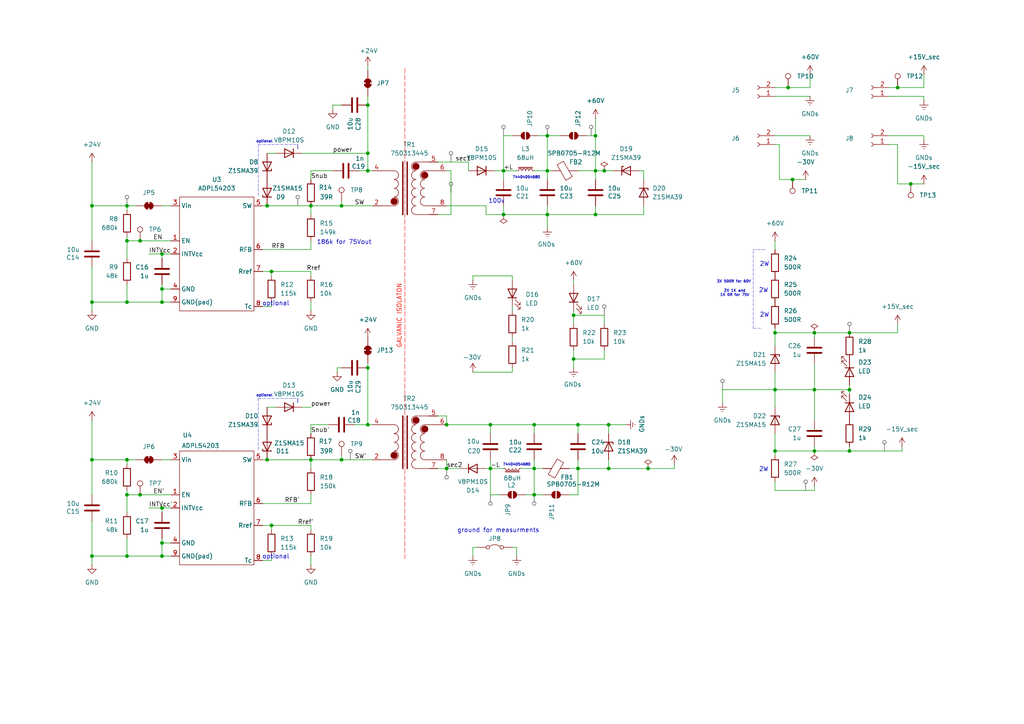
<source format=kicad_sch>
(kicad_sch (version 20250114) (generator "eeschema") (generator_version "9.0")
  (paper "A4")
  (title_block (title "MANIP_PSU") (date "2025-10-25") (rev "1.0") (company "KN_NAMI - JS"))
  (text "optional" (at 80.01 88.138 0) (effects (font (size 1.27 1.27))))
  (text "optional" (at 76.708 41.148 0) (effects (font (size 0.762 0.762))))
  (text "2W" (at 221.5327 136.2216 0) (effects (font (size 1.27 1.27))))
  (text "74404054680" (at 149.86 134.874 0) (effects (font (size 0.762 0.762))))
  (text "3X 500R for 60V" (at 212.852 81.788 0) (effects (font (size 0.762 0.762))))
  (text "2W" (at 221.488 84.328 0) (effects (font (size 1.27 1.27))))
  (text "optional" (at 76.708 114.808 0) (effects (font (size 0.762 0.762))))
  (text "2W" (at 221.742 91.44 0) (effects (font (size 1.27 1.27))))
  (text "optional" (at 80.01 161.544 0) (effects (font (size 1.27 1.27))))
  (text "74404054680" (at 152.654 51.562 0) (effects (font (size 0.762 0.762))))
  (text "GALVANIC ISOLATON" (at 115.824 91.694 90) (effects (font (size 1.27 1.27))))
  (text "2W" (at 221.742 76.708 0) (effects (font (size 1.27 1.27))))
  (text "2X 1K and\n1X 0R for 75V" (at 213.106 85.09 0) (effects (font (size 0.762 0.762))))
  (text "100v" (at 144.018 58.42 0) (effects (font (size 1.27 1.27))))
  (text "ground for measurments" (at 144.526 153.924 0) (effects (font (size 1.27 1.27))))
  (text "186k for 75Vout" (at 99.822 70.358 0) (effects (font (size 1.27 1.27))))
  (junction (at 26.67 133.35))
  (junction (at 224.79 130.81))
  (junction (at 106.68 49.53))
  (junction (at 260.35 25.4))
  (junction (at 154.94 123.19))
  (junction (at 146.05 62.23))
  (junction (at 264.16 53.34))
  (junction (at 187.96 135.89))
  (junction (at 129.54 123.19))
  (junction (at 46.99 147.32))
  (junction (at 142.24 123.19))
  (junction (at 246.38 130.81))
  (junction (at 36.83 87.63))
  (junction (at 99.06 59.69))
  (junction (at 78.74 152.4))
  (junction (at 176.53 123.19))
  (junction (at 106.68 106.68))
  (junction (at 46.99 157.48))
  (junction (at 167.64 135.89))
  (junction (at 154.94 135.89))
  (junction (at 166.37 104.14))
  (junction (at 106.68 30.48))
  (junction (at 26.67 59.69))
  (junction (at 224.79 113.03))
  (junction (at 146.05 49.53))
  (junction (at 129.54 135.89))
  (junction (at 26.67 161.29))
  (junction (at 172.72 62.23))
  (junction (at 142.24 135.89))
  (junction (at 175.26 49.53))
  (junction (at 90.17 59.69))
  (junction (at 40.64 69.85))
  (junction (at 166.37 91.44))
  (junction (at 106.68 44.45))
  (junction (at 167.64 123.19))
  (junction (at 77.47 133.35))
  (junction (at 78.74 78.74))
  (junction (at 172.72 49.53))
  (junction (at 158.75 39.37))
  (junction (at 224.79 96.52))
  (junction (at 99.06 133.35))
  (junction (at 246.38 96.52))
  (junction (at 228.6 25.4))
  (junction (at 46.99 73.66))
  (junction (at 46.99 83.82))
  (junction (at 106.68 123.19))
  (junction (at 36.83 69.85))
  (junction (at 46.99 161.29))
  (junction (at 176.53 135.89))
  (junction (at 158.75 62.23))
  (junction (at 90.17 133.35))
  (junction (at 229.87 52.07))
  (junction (at 246.38 113.03))
  (junction (at 236.22 113.03))
  (junction (at 36.83 59.69))
  (junction (at 154.94 143.51))
  (junction (at 36.83 133.35))
  (junction (at 36.83 161.29))
  (junction (at 236.22 130.81))
  (junction (at 36.83 143.51))
  (junction (at 26.67 87.63))
  (junction (at 236.22 96.52))
  (junction (at 40.64 143.51))
  (junction (at 158.75 49.53))
  (junction (at 172.72 39.37))
  (junction (at 46.99 87.63))
  (junction (at 77.47 59.69))
  (polyline (pts (xy 218.44 72.39) (xy 222.25 72.39)) (stroke (width 0.0762) (type dash)))
  (wire (pts (xy 40.64 143.51) (xy 36.83 143.51)))
  (wire (pts (xy 129.54 59.69) (xy 140.97 59.69)))
  (wire (pts (xy 154.94 49.53) (xy 158.75 49.53)))
  (wire (pts (xy 224.79 107.95) (xy 224.79 113.03)))
  (wire (pts (xy 175.26 91.44) (xy 175.26 93.98)))
  (wire (pts (xy 76.2 78.74) (xy 78.74 78.74)))
  (wire (pts (xy 106.68 19.05) (xy 106.68 20.32)))
  (wire (pts (xy 224.79 125.73) (xy 224.79 130.81)))
  (wire (pts (xy 127 62.23) (xy 130.81 62.23)))
  (wire (pts (xy 224.79 39.37) (xy 234.95 39.37)))
  (wire (pts (xy 172.72 59.69) (xy 172.72 62.23)))
  (wire (pts (xy 99.06 59.69) (xy 107.95 59.69)))
  (wire (pts (xy 172.72 49.53) (xy 172.72 52.07)))
  (wire (pts (xy 151.13 135.89) (xy 154.94 135.89)))
  (wire (pts (xy 246.38 113.03) (xy 246.38 114.3)))
  (wire (pts (xy 154.94 123.19) (xy 154.94 125.73)))
  (wire (pts (xy 39.37 133.35) (xy 36.83 133.35)))
  (wire (pts (xy 172.72 39.37) (xy 172.72 49.53)))
  (wire (pts (xy 236.22 113.03) (xy 246.38 113.03)))
  (wire (pts (xy 158.75 49.53) (xy 160.02 49.53)))
  (wire (pts (xy 90.17 161.29) (xy 90.17 163.83)))
  (wire (pts (xy 246.38 130.81) (xy 261.62 130.81)))
  (wire (pts (xy 158.75 39.37) (xy 162.56 39.37)))
  (wire (pts (xy 142.24 123.19) (xy 154.94 123.19)))
  (wire (pts (xy 267.97 27.94) (xy 267.97 29.21)))
  (wire (pts (xy 167.64 123.19) (xy 167.64 125.73)))
  (wire (pts (xy 76.2 59.69) (xy 77.47 59.69)))
  (wire (pts (xy 76.2 133.35) (xy 77.47 133.35)))
  (wire (pts (xy 267.97 39.37) (xy 267.97 40.64)))
  (wire (pts (xy 106.68 123.19) (xy 106.68 106.68)))
  (wire (pts (xy 36.83 82.55) (xy 36.83 87.63)))
  (wire (pts (xy 87.63 44.45) (xy 106.68 44.45)))
  (wire (pts (xy 257.81 25.4) (xy 260.35 25.4)))
  (wire (pts (xy 176.53 123.19) (xy 181.61 123.19)))
  (wire (pts (xy 158.75 62.23) (xy 158.75 59.69)))
  (wire (pts (xy 158.75 62.23) (xy 172.72 62.23)))
  (wire (pts (xy 26.67 87.63) (xy 26.67 90.17)))
  (wire (pts (xy 146.05 59.69) (xy 146.05 62.23)))
  (wire (pts (xy 36.83 143.51) (xy 36.83 142.24)))
  (wire (pts (xy 175.26 49.53) (xy 177.8 49.53)))
  (wire (pts (xy 226.06 52.07) (xy 226.06 41.91)))
  (wire (pts (xy 46.99 87.63) (xy 49.53 87.63)))
  (wire (pts (xy 130.81 49.53) (xy 129.54 49.53)))
  (wire (pts (xy 49.53 133.35) (xy 46.99 133.35)))
  (wire (pts (xy 209.55 113.03) (xy 224.79 113.03)))
  (wire (pts (xy 246.38 111.76) (xy 246.38 113.03)))
  (wire (pts (xy 137.16 80.01) (xy 148.59 80.01)))
  (wire (pts (xy 78.74 78.74) (xy 78.74 80.01)))
  (wire (pts (xy 172.72 49.53) (xy 167.64 49.53)))
  (polyline (pts (xy 86.36 41.91) (xy 86.36 43.18)))
  (wire (pts (xy 246.38 96.52) (xy 260.35 96.52)))
  (wire (pts (xy 137.16 158.75) (xy 137.16 161.29)))
  (wire (pts (xy 260.35 53.34) (xy 260.35 41.91)))
  (wire (pts (xy 186.69 52.07) (xy 186.69 49.53)))
  (polyline (pts (xy 74.93 115.57) (xy 74.93 130.81)) (stroke (width 0.0762) (type dash)))
  (wire (pts (xy 26.67 121.92) (xy 26.67 133.35)))
  (wire (pts (xy 154.94 143.51) (xy 157.48 143.51)))
  (wire (pts (xy 140.97 62.23) (xy 146.05 62.23)))
  (wire (pts (xy 99.06 132.08) (xy 99.06 133.35)))
  (wire (pts (xy 224.79 69.85) (xy 224.79 72.39)))
  (wire (pts (xy 246.38 129.54) (xy 246.38 130.81)))
  (wire (pts (xy 224.79 142.24) (xy 236.22 142.24)))
  (wire (pts (xy 149.86 158.75) (xy 148.59 158.75)))
  (wire (pts (xy 130.81 62.23) (xy 130.81 49.53)))
  (wire (pts (xy 36.83 143.51) (xy 36.83 148.59)))
  (wire (pts (xy 36.83 133.35) (xy 26.67 133.35)))
  (wire (pts (xy 142.24 143.51) (xy 142.24 135.89)))
  (wire (pts (xy 129.54 135.89) (xy 133.35 135.89)))
  (wire (pts (xy 78.74 162.56) (xy 76.2 162.56)))
  (wire (pts (xy 99.06 133.35) (xy 107.95 133.35)))
  (wire (pts (xy 209.55 113.03) (xy 209.55 116.84)))
  (wire (pts (xy 36.83 69.85) (xy 36.83 74.93)))
  (wire (pts (xy 43.18 147.32) (xy 46.99 147.32)))
  (wire (pts (xy 166.37 81.28) (xy 166.37 82.55)))
  (wire (pts (xy 148.59 88.9) (xy 148.59 90.17)))
  (wire (pts (xy 46.99 161.29) (xy 49.53 161.29)))
  (wire (pts (xy 46.99 157.48) (xy 46.99 161.29)))
  (wire (pts (xy 176.53 123.19) (xy 176.53 125.73)))
  (wire (pts (xy 167.64 143.51) (xy 167.64 135.89)))
  (wire (pts (xy 46.99 82.55) (xy 46.99 83.82)))
  (wire (pts (xy 127 135.89) (xy 129.54 135.89)))
  (wire (pts (xy 106.68 49.53) (xy 107.95 49.53)))
  (wire (pts (xy 154.94 135.89) (xy 157.48 135.89)))
  (wire (pts (xy 49.53 59.69) (xy 46.99 59.69)))
  (wire (pts (xy 90.17 49.53) (xy 90.17 52.07)))
  (wire (pts (xy 26.67 59.69) (xy 26.67 69.85)))
  (wire (pts (xy 77.47 44.45) (xy 80.01 44.45)))
  (wire (pts (xy 97.79 107.95) (xy 97.79 106.68)))
  (wire (pts (xy 224.79 130.81) (xy 236.22 130.81)))
  (wire (pts (xy 78.74 152.4) (xy 78.74 153.67)))
  (wire (pts (xy 236.22 129.54) (xy 236.22 130.81)))
  (wire (pts (xy 43.18 73.66) (xy 46.99 73.66)))
  (wire (pts (xy 49.53 157.48) (xy 46.99 157.48)))
  (wire (pts (xy 228.6 25.4) (xy 234.95 25.4)))
  (wire (pts (xy 148.59 97.79) (xy 148.59 99.06)))
  (wire (pts (xy 260.35 25.4) (xy 267.97 25.4)))
  (wire (pts (xy 236.22 105.41) (xy 236.22 113.03)))
  (wire (pts (xy 176.53 133.35) (xy 176.53 135.89)))
  (wire (pts (xy 137.16 107.95) (xy 148.59 107.95)))
  (wire (pts (xy 137.16 158.75) (xy 138.43 158.75)))
  (polyline (pts (xy 218.44 95.25) (xy 220.98 95.25)) (stroke (width 0.0762) (type dash)))
  (wire (pts (xy 90.17 78.74) (xy 90.17 80.01)))
  (wire (pts (xy 26.67 77.47) (xy 26.67 87.63)))
  (wire (pts (xy 226.06 41.91) (xy 224.79 41.91)))
  (wire (pts (xy 76.2 72.39) (xy 90.17 72.39)))
  (wire (pts (xy 102.87 123.19) (xy 106.68 123.19)))
  (wire (pts (xy 233.68 52.07) (xy 229.87 52.07)))
  (wire (pts (xy 46.99 83.82) (xy 46.99 87.63)))
  (wire (pts (xy 137.16 80.01) (xy 137.16 81.28)))
  (wire (pts (xy 106.68 123.19) (xy 107.95 123.19)))
  (wire (pts (xy 167.64 133.35) (xy 167.64 135.89)))
  (wire (pts (xy 236.22 130.81) (xy 246.38 130.81)))
  (wire (pts (xy 36.83 156.21) (xy 36.83 161.29)))
  (wire (pts (xy 224.79 139.7) (xy 224.79 142.24)))
  (wire (pts (xy 154.94 143.51) (xy 154.94 135.89)))
  (wire (pts (xy 154.94 123.19) (xy 167.64 123.19)))
  (wire (pts (xy 78.74 78.74) (xy 90.17 78.74)))
  (wire (pts (xy 166.37 91.44) (xy 175.26 91.44)))
  (wire (pts (xy 90.17 72.39) (xy 90.17 69.85)))
  (wire (pts (xy 261.62 129.54) (xy 261.62 130.81)))
  (wire (pts (xy 36.83 161.29) (xy 46.99 161.29)))
  (wire (pts (xy 257.81 27.94) (xy 267.97 27.94)))
  (wire (pts (xy 90.17 133.35) (xy 99.06 133.35)))
  (wire (pts (xy 106.68 27.94) (xy 106.68 30.48)))
  (wire (pts (xy 260.35 93.98) (xy 260.35 96.52)))
  (wire (pts (xy 166.37 101.6) (xy 166.37 104.14)))
  (wire (pts (xy 224.79 27.94) (xy 234.95 27.94)))
  (wire (pts (xy 77.47 133.35) (xy 90.17 133.35)))
  (wire (pts (xy 156.21 39.37) (xy 158.75 39.37)))
  (wire (pts (xy 142.24 133.35) (xy 142.24 135.89)))
  (wire (pts (xy 167.64 135.89) (xy 176.53 135.89)))
  (wire (pts (xy 135.89 49.53) (xy 135.89 46.99)))
  (wire (pts (xy 167.64 123.19) (xy 176.53 123.19)))
  (wire (pts (xy 187.96 135.89) (xy 195.58 135.89)))
  (wire (pts (xy 154.94 133.35) (xy 154.94 135.89)))
  (wire (pts (xy 257.81 41.91) (xy 260.35 41.91)))
  (wire (pts (xy 158.75 62.23) (xy 158.75 66.04)))
  (wire (pts (xy 224.79 113.03) (xy 236.22 113.03)))
  (wire (pts (xy 46.99 156.21) (xy 46.99 157.48)))
  (wire (pts (xy 46.99 148.59) (xy 46.99 147.32)))
  (polyline (pts (xy 218.44 95.25) (xy 218.44 72.39)) (stroke (width 0.0762) (type dash)))
  (wire (pts (xy 46.99 74.93) (xy 46.99 73.66)))
  (wire (pts (xy 158.75 39.37) (xy 158.75 49.53)))
  (wire (pts (xy 175.26 104.14) (xy 175.26 101.6)))
  (wire (pts (xy 26.67 161.29) (xy 36.83 161.29)))
  (wire (pts (xy 96.52 30.48) (xy 99.06 30.48)))
  (wire (pts (xy 165.1 143.51) (xy 167.64 143.51)))
  (wire (pts (xy 36.83 87.63) (xy 46.99 87.63)))
  (wire (pts (xy 186.69 49.53) (xy 185.42 49.53)))
  (wire (pts (xy 224.79 95.25) (xy 224.79 96.52)))
  (wire (pts (xy 90.17 146.05) (xy 90.17 143.51)))
  (wire (pts (xy 148.59 107.95) (xy 148.59 106.68)))
  (wire (pts (xy 40.64 69.85) (xy 36.83 69.85)))
  (wire (pts (xy 78.74 152.4) (xy 90.17 152.4)))
  (wire (pts (xy 77.47 59.69) (xy 90.17 59.69)))
  (wire (pts (xy 90.17 87.63) (xy 90.17 90.17)))
  (wire (pts (xy 90.17 59.69) (xy 99.06 59.69)))
  (wire (pts (xy 90.17 49.53) (xy 96.52 49.53)))
  (wire (pts (xy 149.86 158.75) (xy 149.86 161.29)))
  (wire (pts (xy 106.68 44.45) (xy 106.68 49.53)))
  (wire (pts (xy 224.79 25.4) (xy 228.6 25.4)))
  (wire (pts (xy 170.18 39.37) (xy 172.72 39.37)))
  (wire (pts (xy 78.74 161.29) (xy 78.74 162.56)))
  (wire (pts (xy 39.37 59.69) (xy 36.83 59.69)))
  (wire (pts (xy 36.83 133.35) (xy 36.83 134.62)))
  (wire (pts (xy 76.2 88.9) (xy 78.74 88.9)))
  (wire (pts (xy 172.72 34.29) (xy 172.72 39.37)))
  (wire (pts (xy 142.24 125.73) (xy 142.24 123.19)))
  (wire (pts (xy 146.05 49.53) (xy 146.05 52.07)))
  (wire (pts (xy 234.95 25.4) (xy 234.95 21.59)))
  (wire (pts (xy 224.79 96.52) (xy 236.22 96.52)))
  (wire (pts (xy 166.37 91.44) (xy 166.37 93.98)))
  (wire (pts (xy 236.22 113.03) (xy 236.22 121.92)))
  (wire (pts (xy 144.78 143.51) (xy 142.24 143.51)))
  (wire (pts (xy 87.63 118.11) (xy 90.17 118.11)))
  (wire (pts (xy 97.79 106.68) (xy 99.06 106.68)))
  (wire (pts (xy 140.97 135.89) (xy 142.24 135.89)))
  (wire (pts (xy 129.54 120.65) (xy 129.54 123.19)))
  (wire (pts (xy 90.17 59.69) (xy 90.17 62.23)))
  (wire (pts (xy 90.17 152.4) (xy 90.17 153.67)))
  (wire (pts (xy 129.54 135.89) (xy 129.54 133.35)))
  (wire (pts (xy 106.68 30.48) (xy 106.68 44.45)))
  (wire (pts (xy 104.14 49.53) (xy 106.68 49.53)))
  (polyline (pts (xy 74.93 41.91) (xy 86.36 41.91)) (stroke (width 0.0762) (type dash)))
  (wire (pts (xy 267.97 25.4) (xy 267.97 21.59)))
  (wire (pts (xy 76.2 146.05) (xy 90.17 146.05)))
  (wire (pts (xy 146.05 62.23) (xy 158.75 62.23)))
  (polyline (pts (xy 86.36 115.57) (xy 86.36 116.84)))
  (wire (pts (xy 76.2 152.4) (xy 78.74 152.4)))
  (wire (pts (xy 146.05 39.37) (xy 146.05 49.53)))
  (wire (pts (xy 143.51 49.53) (xy 146.05 49.53)))
  (wire (pts (xy 264.16 53.34) (xy 260.35 53.34)))
  (wire (pts (xy 172.72 49.53) (xy 175.26 49.53)))
  (wire (pts (xy 26.67 87.63) (xy 36.83 87.63)))
  (wire (pts (xy 236.22 96.52) (xy 246.38 96.52)))
  (wire (pts (xy 49.53 69.85) (xy 40.64 69.85)))
  (wire (pts (xy 267.97 53.34) (xy 264.16 53.34)))
  (wire (pts (xy 229.87 52.07) (xy 226.06 52.07)))
  (wire (pts (xy 158.75 49.53) (xy 158.75 52.07)))
  (wire (pts (xy 26.67 133.35) (xy 26.67 143.51)))
  (wire (pts (xy 26.67 46.99) (xy 26.67 59.69)))
  (wire (pts (xy 127 120.65) (xy 129.54 120.65)))
  (wire (pts (xy 186.69 62.23) (xy 186.69 59.69)))
  (wire (pts (xy 165.1 135.89) (xy 167.64 135.89)))
  (wire (pts (xy 36.83 69.85) (xy 36.83 68.58)))
  (wire (pts (xy 166.37 104.14) (xy 175.26 104.14)))
  (wire (pts (xy 152.4 143.51) (xy 154.94 143.51)))
  (wire (pts (xy 224.79 130.81) (xy 224.79 132.08)))
  (polyline (pts (xy 74.93 115.57) (xy 86.36 115.57)) (stroke (width 0.0762) (type dash)))
  (wire (pts (xy 166.37 90.17) (xy 166.37 91.44)))
  (wire (pts (xy 90.17 123.19) (xy 95.25 123.19)))
  (wire (pts (xy 96.52 31.75) (xy 96.52 30.48)))
  (wire (pts (xy 40.64 143.51) (xy 49.53 143.51)))
  (wire (pts (xy 176.53 135.89) (xy 187.96 135.89)))
  (wire (pts (xy 142.24 135.89) (xy 146.05 135.89)))
  (wire (pts (xy 26.67 161.29) (xy 26.67 163.83)))
  (wire (pts (xy 236.22 96.52) (xy 236.22 97.79)))
  (wire (pts (xy 224.79 113.03) (xy 224.79 118.11)))
  (wire (pts (xy 26.67 151.13) (xy 26.67 161.29)))
  (wire (pts (xy 36.83 59.69) (xy 26.67 59.69)))
  (wire (pts (xy 90.17 133.35) (xy 90.17 135.89)))
  (wire (pts (xy 140.97 59.69) (xy 140.97 62.23)))
  (polyline (pts (xy 74.93 41.91) (xy 74.93 57.15)) (stroke (width 0.0762) (type dash)))
  (wire (pts (xy 146.05 49.53) (xy 149.86 49.53)))
  (polyline (pts (xy 117.4394 19.8442) (xy 117.4394 162.0842)) (stroke (width 0.127) (type dash) (color 255 0 7 1)))
  (wire (pts (xy 195.58 134.62) (xy 195.58 135.89)))
  (wire (pts (xy 172.72 62.23) (xy 186.69 62.23)))
  (wire (pts (xy 46.99 147.32) (xy 49.53 147.32)))
  (wire (pts (xy 36.83 59.69) (xy 36.83 60.96)))
  (wire (pts (xy 236.22 142.24) (xy 236.22 140.97)))
  (wire (pts (xy 77.47 118.11) (xy 80.01 118.11)))
  (wire (pts (xy 257.81 39.37) (xy 267.97 39.37)))
  (wire (pts (xy 90.17 123.19) (xy 90.17 125.73)))
  (wire (pts (xy 148.59 80.01) (xy 148.59 81.28)))
  (wire (pts (xy 135.89 46.99) (xy 127 46.99)))
  (wire (pts (xy 106.68 106.68) (xy 106.68 105.41)))
  (wire (pts (xy 49.53 83.82) (xy 46.99 83.82)))
  (wire (pts (xy 78.74 88.9) (xy 78.74 87.63)))
  (wire (pts (xy 148.59 39.37) (xy 146.05 39.37)))
  (wire (pts (xy 46.99 73.66) (xy 49.53 73.66)))
  (wire (pts (xy 129.54 123.19) (xy 142.24 123.19)))
  (wire (pts (xy 224.79 96.52) (xy 224.79 100.33)))
  (wire (pts (xy 99.06 58.42) (xy 99.06 59.69)))
  (wire (pts (xy 166.37 104.14) (xy 166.37 106.68)))
  (label "power" (at 90.17 118.11 0))
  (label "SW'" (at 102.87 133.35 0))
  (label "EN" (at 44.45 69.85 0))
  (label "Rref'" (at 86.36 152.4 0))
  (label "EN'" (at 44.45 143.51 0))
  (label "RFB'" (at 82.55 146.05 0))
  (label "Rref" (at 88.9 78.74 0))
  (label "+L" (at 146.05 49.53 0))
  (label "sec2" (at 129.54 135.89 0))
  (label "-L" (at 142.24 135.89 0))
  (label "RFB" (at 78.74 72.39 0))
  (label "INTVcc'" (at 43.18 147.32 0))
  (label "sec1" (at 132.08 46.99 0))
  (label "INTVcc" (at 43.18 73.66 0))
  (label "power" (at 96.52 44.45 0))
  (label "Snub" (at 90.17 52.07 0))
  (label "Snub'" (at 90.17 125.73 0))
  (label "SW" (at 102.87 59.69 0))
  (netclass_flag "" (length 2.54) (shape round) (at 86.36 59.69 0) (property "Netclass" "power" (effects (hide yes))))
  (netclass_flag "" (length 2.54) (shape round) (at 209.55 113.03 0) (property "Netclass" "power" (effects (hide yes))))
  (netclass_flag "" (length 2.54) (shape round) (at 101.6 133.35 0) (property "Netclass" "power" (effects (hide yes))))
  (netclass_flag "" (length 2.54) (shape round) (at 130.81 46.99 0) (property "Netclass" "power_sec" (effects (hide yes))))
  (netclass_flag "" (length 2.54) (shape round) (at 158.75 39.37 0) (property "Netclass" "power_sec" (effects (hide yes))))
  (netclass_flag "" (length 2.54) (shape round) (at 256.54 130.81 0) (property "Netclass" "power" (effects (hide yes))))
  (netclass_flag "" (length 2.54) (shape round) (at 171.45 39.37 0) (property "Netclass" "power_sec" (effects (hide yes))))
  (netclass_flag "" (length 2.54) (shape round) (at 154.94 143.51 180) (property "Netclass" "power" (effects (hide yes))))
  (netclass_flag "" (length 2.54) (shape round) (at 142.24 143.51 180) (property "Netclass" "power" (effects (hide yes))))
  (netclass_flag "" (length 2.54) (shape round) (at 36.83 59.69 0) (property "Netclass" "power" (effects (hide yes))))
  (netclass_flag "" (length 2.54) (shape round) (at 175.26 91.44 0) (property "Netclass" "power_sec" (effects (hide yes))))
  (netclass_flag "" (length 2.54) (shape round) (at 233.68 142.24 0) (property "Netclass" "power" (effects (hide yes))))
  (netclass_flag "" (length 2.54) (shape round) (at 246.38 96.52 0) (property "Netclass" "power" (effects (hide yes))))
  (netclass_flag "" (length 2.54) (shape round) (at 146.05 39.37 0) (property "Netclass" "power_sec" (effects (hide yes))))
  (netclass_flag "" (length 2.54) (shape round) (at 130.81 55.88 0) (property "Netclass" "power_sec" (effects (hide yes))))
  (netclass_flag "" (length 2.54) (shape round) (at 129.54 135.89 180) (property "Netclass" "power" (effects (hide yes))))
  (symbol (lib_id "Device:FerriteBead") (at 163.83 49.53 90) (mirror x) (unit 1)
    (property "Reference" "FB2" (at 165.1 46.99 90) (effects (justify right)))
    (property "Value" "SPB0705-R12M" (at 158.75 44.45 90) (effects (justify right)))
    (property "Footprint" "Inductor_SMD:L_Coilcraft_1515SQ-68N" (effects (hide yes)))
    (property "Description" "Ferrite bead" (effects (hide yes)))
  )
  (symbol (lib_id "Device:R") (at 36.83 138.43 0) (mirror y) (unit 1)
    (property "Reference" "R10" (at 34.29 137.1599 0) (effects (justify left)))
    (property "Value" "680k" (at 34.29 139.6999 0) (effects (justify left)))
    (property "Footprint" "Resistor_SMD:R_0805_2012Metric" (effects (hide yes)))
    (property "Description" "Resistor" (effects (hide yes)))
  )
  (symbol (lib_id "Device:R") (at 78.74 157.48 0) (unit 1)
    (property "Reference" "R13" (at 81.28 156.2099 0) (effects (justify left)))
    (property "Value" "115k" (at 81.28 158.7499 0) (effects (justify left)))
    (property "Footprint" "Resistor_SMD:R_0805_2012Metric" (effects (hide yes)))
    (property "Description" "Resistor" (effects (hide yes)))
  )
  (symbol (lib_id "power:+48V") (at 166.37 81.28 0) (unit 1)
    (property "Reference" "#PWR035" (effects (hide yes)))
    (property "Value" "+60V" (at 166.37 76.2 0))
    (property "Description" "Power symbol creates a global label with name \"+48V\"" (effects (hide yes)))
  )
  (symbol (lib_id "Device:R") (at 224.79 83.82 0) (unit 1)
    (property "Reference" "R25" (at 227.33 82.5499 0) (effects (justify left)))
    (property "Value" "500R" (at 227.33 85.0899 0) (effects (justify left)))
    (property "Footprint" "Resistor_SMD:R_2512_6332Metric" (effects (hide yes)))
    (property "Description" "Resistor" (effects (hide yes)))
  )
  (symbol (lib_id "Device:R") (at 36.83 64.77 0) (mirror y) (unit 1)
    (property "Reference" "R8" (at 34.29 63.4999 0) (effects (justify left)))
    (property "Value" "680k" (at 34.29 66.0399 0) (effects (justify left)))
    (property "Footprint" "Resistor_SMD:R_0805_2012Metric" (effects (hide yes)))
    (property "Description" "Resistor" (effects (hide yes)))
  )
  (symbol (lib_id "Device:C") (at 102.87 30.48 270) (unit 1)
    (property "Reference" "C28" (at 103.886 34.036 0) (effects (justify left)))
    (property "Value" "10u" (at 101.6 34.036 0) (effects (justify left)))
    (property "Footprint" "Capacitor_SMD:C_0805_2012Metric" (effects (hide yes)))
    (property "Description" "Unpolarized capacitor" (effects (hide yes)))
  )
  (symbol (lib_id "Device:C") (at 26.67 73.66 180) (unit 1)
    (property "Reference" "C14" (at 23.114 74.676 0) (effects (justify left)))
    (property "Value" "10u" (at 23.114 72.39 0) (effects (justify left)))
    (property "Footprint" "Capacitor_SMD:C_0805_2012Metric" (effects (hide yes)))
    (property "Description" "Unpolarized capacitor" (effects (hide yes)))
  )
  (symbol (lib_id "power:GNDREF") (at 158.75 66.04 0) (unit 1)
    (property "Reference" "#PWR034" (effects (hide yes)))
    (property "Value" "GNDs" (at 158.496 70.866 0))
    (property "Description" "Power symbol creates a global label with name \"GNDREF\" , reference supply ground" (effects (hide yes)))
  )
  (symbol (lib_id "power:+24V") (at 26.67 46.99 0) (unit 1)
    (property "Reference" "#PWR023" (effects (hide yes)))
    (property "Value" "+24V" (at 26.67 41.91 0))
    (property "Description" "Power symbol creates a global label with name \"+24V\"" (effects (hide yes)))
  )
  (symbol (lib_id "power:GND") (at 90.17 163.83 0) (unit 1)
    (property "Reference" "#PWR028" (effects (hide yes)))
    (property "Value" "GND" (at 90.17 168.91 0))
    (property "Description" "Power symbol creates a global label with name \"GND\" , ground" (effects (hide yes)))
  )
  (symbol (lib_id "Device:C") (at 142.24 129.54 180) (unit 1)
    (property "Reference" "C20" (at 139.446 130.81 0) (effects (justify left)))
    (property "Value" "10u" (at 139.192 128.016 0) (effects (justify left)))
    (property "Footprint" "Capacitor_SMD:C_0805_2012Metric" (effects (hide yes)))
    (property "Description" "Unpolarized capacitor" (effects (hide yes)))
  )
  (symbol (lib_id "Device:R") (at 246.38 125.73 0) (unit 1)
    (property "Reference" "R29" (at 248.92 124.4599 0) (effects (justify left)))
    (property "Value" "1k" (at 248.92 126.9999 0) (effects (justify left)))
    (property "Footprint" "Resistor_SMD:R_0805_2012Metric" (effects (hide yes)))
    (property "Description" "Resistor" (effects (hide yes)))
  )
  (symbol (lib_id "Device:LED") (at 148.59 85.09 90) (unit 1)
    (property "Reference" "D16" (at 152.4 85.4074 90) (effects (justify right)))
    (property "Value" "LED" (at 152.4 87.9474 90) (effects (justify right)))
    (property "Footprint" "LED_SMD:LED_0603_1608Metric" (effects (hide yes)))
    (property "Description" "Light emitting diode" (effects (hide yes)))
    (property "Sim.Pins" "1=K 2=A" (effects (hide yes)))
  )
  (symbol (lib_id "power:+15V") (at 261.62 129.54 0) (unit 1)
    (property "Reference" "#PWR048" (effects (hide yes)))
    (property "Value" "-15V_sec" (at 261.62 124.46 0))
    (property "Description" "Power symbol creates a global label with name \"+15V\"" (effects (hide yes)))
  )
  (symbol (lib_id "Diode:Z1SMAxxx") (at 176.53 129.54 270) (unit 1)
    (property "Reference" "D18" (at 179.07 128.2699 90) (effects (justify left)))
    (property "Value" "Z1SMA39" (at 179.07 130.8099 90) (effects (justify left)))
    (property "Footprint" "Diode_SMD:D_SMA" (effects (hide yes)))
    (property "Datasheet" "https://diotec.com/tl_files/diotec/files/pdf/datasheets/z1sma1.pdf" (effects (hide yes)))
    (property "Description" "1000mW Zener Diode, SMA(DO-214AC)" (effects (hide yes)))
  )
  (symbol (lib_id "Device:LED") (at 246.38 107.95 270) (unit 1)
    (property "Reference" "D23" (at 248.92 105.0924 90) (effects (justify left)))
    (property "Value" "LED" (at 248.92 107.6324 90) (effects (justify left)))
    (property "Footprint" "LED_SMD:LED_0603_1608Metric" (effects (hide yes)))
    (property "Description" "Light emitting diode" (effects (hide yes)))
    (property "Sim.Pins" "1=K 2=A" (effects (hide yes)))
  )
  (symbol (lib_id "Jumper:SolderJumper_2_Bridged") (at 43.18 59.69 180) (unit 1) (in_bom no)
    (property "Reference" "JP5" (at 43.18 55.88 0))
    (property "Value" "SolderJumper_2_Bridged" (effects (hide yes)))
    (property "Footprint" "Jumper:SolderJumper-2_P1.3mm_Bridged2Bar_RoundedPad1.0x1.5mm" (effects (hide yes)))
    (property "Description" "Solder Jumper, 2-pole, closed/bridged" (effects (hide yes)))
  )
  (symbol (lib_id "power:+48V") (at 195.58 134.62 0) (unit 1)
    (property "Reference" "#PWR039" (effects (hide yes)))
    (property "Value" "-30V" (at 195.326 130.302 0))
    (property "Description" "Power symbol creates a global label with name \"+48V\"" (effects (hide yes)))
  )
  (symbol (lib_id "Connector:Conn_01x02_Socket") (at 219.71 27.94 180) (unit 1)
    (property "Reference" "J5" (at 213.36 26.162 0))
    (property "Value" "Conn_01x02_Socket" (effects (hide yes)))
    (property "Footprint" "Connector_Wago:Wago_734-132_1x02_P3.50mm_Vertical" (effects (hide yes)))
    (property "Description" "Generic connector, single row, 01x02, script generated" (effects (hide yes)))
  )
  (symbol (lib_id "Device:FerriteBead") (at 161.29 135.89 90) (unit 1)
    (property "Reference" "FB1" (at 162.56 138.43 90) (effects (justify right)))
    (property "Value" "SPB0705-R12M" (at 158.496 140.462 90) (effects (justify right)))
    (property "Footprint" "Inductor_SMD:L_Coilcraft_1515SQ-68N" (effects (hide yes)))
    (property "Description" "Ferrite bead" (effects (hide yes)))
  )
  (symbol (lib_id "power:PWR_FLAG") (at 187.96 135.89 0) (unit 1)
    (property "Reference" "#FLG05" (effects (hide yes)))
    (property "Value" "PWR_FLAG" (effects (hide yes)))
    (property "Description" "Special symbol for telling ERC where power comes from" (effects (hide yes)))
  )
  (symbol (lib_id "Device:C") (at 172.72 55.88 0) (mirror x) (unit 1)
    (property "Reference" "C25" (at 176.276 56.896 0) (effects (justify left)))
    (property "Value" "10u" (at 176.276 54.61 0) (effects (justify left)))
    (property "Footprint" "Capacitor_SMD:C_1210_3225Metric" (effects (hide yes)))
    (property "Description" "Unpolarized capacitor" (effects (hide yes)))
  )
  (symbol (lib_id "Jumper:SolderJumper_2_Bridged") (at 106.68 24.13 90) (unit 1) (in_bom no)
    (property "Reference" "JP7" (at 109.22 24.1299 90) (effects (justify right)))
    (property "Value" "SolderJumper_2_Bridged" (effects (hide yes)))
    (property "Footprint" "Jumper:SolderJumper-2_P1.3mm_Bridged2Bar_RoundedPad1.0x1.5mm" (effects (hide yes)))
    (property "Description" "Solder Jumper, 2-pole, closed/bridged" (effects (hide yes)))
  )
  (symbol (lib_id "Device:R") (at 224.79 76.2 0) (unit 1)
    (property "Reference" "R24" (at 227.33 74.9299 0) (effects (justify left)))
    (property "Value" "500R" (at 227.33 77.4699 0) (effects (justify left)))
    (property "Footprint" "Resistor_SMD:R_2512_6332Metric" (effects (hide yes)))
    (property "Description" "Resistor" (effects (hide yes)))
  )
  (symbol (lib_id "Device:LED") (at 166.37 86.36 90) (unit 1)
    (property "Reference" "D17" (at 170.18 86.6774 90) (effects (justify right)))
    (property "Value" "LED" (at 170.18 89.2174 90) (effects (justify right)))
    (property "Footprint" "LED_SMD:LED_0603_1608Metric" (effects (hide yes)))
    (property "Description" "Light emitting diode" (effects (hide yes)))
    (property "Sim.Pins" "1=K 2=A" (effects (hide yes)))
  )
  (symbol (lib_id "Device:R") (at 90.17 66.04 0) (unit 1)
    (property "Reference" "R15" (at 92.71 64.7699 0) (effects (justify left)))
    (property "Value" "149k" (at 92.71 67.3099 0) (effects (justify left)))
    (property "Footprint" "Resistor_SMD:R_0805_2012Metric" (effects (hide yes)))
    (property "Description" "Resistor" (effects (hide yes)))
  )
  (symbol (lib_id "Connector:Conn_01x02_Socket") (at 219.71 41.91 180) (unit 1)
    (property "Reference" "J6" (at 213.36 40.132 0))
    (property "Value" "Conn_01x02_Socket" (effects (hide yes)))
    (property "Footprint" "Connector_Wago:Wago_734-132_1x02_P3.50mm_Vertical" (effects (hide yes)))
    (property "Description" "Generic connector, single row, 01x02, script generated" (effects (hide yes)))
  )
  (symbol (lib_id "Diode:Z1SMAxxx") (at 77.47 121.92 270) (mirror x) (unit 1)
    (property "Reference" "D10" (at 74.93 120.6499 90) (effects (justify right)))
    (property "Value" "Z1SMA39" (at 74.93 123.1899 90) (effects (justify right)))
    (property "Footprint" "Diode_SMD:D_SMA" (effects (hide yes)))
    (property "Datasheet" "https://diotec.com/tl_files/diotec/files/pdf/datasheets/z1sma1.pdf" (effects (hide yes)))
    (property "Description" "1000mW Zener Diode, SMA(DO-214AC)" (effects (hide yes)))
  )
  (symbol (lib_id "Device:C") (at 154.94 129.54 180) (unit 1)
    (property "Reference" "C22" (at 151.384 130.556 0) (effects (justify left)))
    (property "Value" "10u" (at 151.384 128.27 0) (effects (justify left)))
    (property "Footprint" "Capacitor_SMD:C_0805_2012Metric" (effects (hide yes)))
    (property "Description" "Unpolarized capacitor" (effects (hide yes)))
  )
  (symbol (lib_id "Diode:VS-6ESU06") (at 83.82 118.11 0) (mirror y) (unit 1)
    (property "Reference" "D13" (at 83.82 111.76 0))
    (property "Value" "V8PM10S" (at 83.82 114.3 0))
    (property "Footprint" "Package_TO_SOT_SMD:TO-277A" (effects (hide yes)))
    (property "Datasheet" "https://www.vishay.com/docs/94987/vs-6esu06hm3.pdf" (effects (hide yes)))
    (property "Description" "600V 6.0A Ultrafast Rectifier, TO-277A" (effects (hide yes)))
  )
  (symbol (lib_id "Device:R") (at 166.37 97.79 0) (unit 1)
    (property "Reference" "R22" (at 168.91 96.5199 0) (effects (justify left)))
    (property "Value" "10k" (at 168.91 99.0599 0) (effects (justify left)))
    (property "Footprint" "Resistor_SMD:R_0805_2012Metric" (effects (hide yes)))
    (property "Description" "Resistor" (effects (hide yes)))
  )
  (symbol (lib_id "Diode:Z1SMAxxx") (at 77.47 48.26 270) (mirror x) (unit 1)
    (property "Reference" "D8" (at 74.93 46.9899 90) (effects (justify right)))
    (property "Value" "Z1SMA39" (at 74.93 49.5299 90) (effects (justify right)))
    (property "Footprint" "Diode_SMD:D_SMA" (effects (hide yes)))
    (property "Datasheet" "https://diotec.com/tl_files/diotec/files/pdf/datasheets/z1sma1.pdf" (effects (hide yes)))
    (property "Description" "1000mW Zener Diode, SMA(DO-214AC)" (effects (hide yes)))
  )
  (symbol (lib_id "Device:C") (at 102.87 106.68 270) (unit 1)
    (property "Reference" "C29" (at 103.886 110.236 0) (effects (justify left)))
    (property "Value" "10u" (at 101.6 110.236 0) (effects (justify left)))
    (property "Footprint" "Capacitor_SMD:C_0805_2012Metric" (effects (hide yes)))
    (property "Description" "Unpolarized capacitor" (effects (hide yes)))
  )
  (symbol (lib_id "power:+48V") (at 236.22 140.97 0) (unit 1)
    (property "Reference" "#PWR046" (effects (hide yes)))
    (property "Value" "-30V" (at 236.22 135.89 0))
    (property "Description" "Power symbol creates a global label with name \"+48V\"" (effects (hide yes)))
  )
  (symbol (lib_id "power:+15V") (at 260.35 93.98 0) (unit 1)
    (property "Reference" "#PWR047" (effects (hide yes)))
    (property "Value" "+15V_sec" (at 260.35 88.9 0))
    (property "Description" "Power symbol creates a global label with name \"+15V\"" (effects (hide yes)))
  )
  (symbol (lib_id "Connector:TestPoint") (at 40.64 143.51 0) (unit 1)
    (property "Reference" "TP7" (at 43.18 140.2079 0) (effects (justify left)))
    (property "Value" "TestPoint" (effects (hide yes)))
    (property "Footprint" "TestPoint:TestPoint_Pad_D1.5mm" (effects (hide yes)))
    (property "Description" "test point" (effects (hide yes)))
  )
  (symbol (lib_id "power:GNDREF") (at 166.37 106.68 0) (unit 1)
    (property "Reference" "#PWR036" (effects (hide yes)))
    (property "Value" "GNDs" (at 166.116 111.506 0))
    (property "Description" "Power symbol creates a global label with name \"GNDREF\" , reference supply ground" (effects (hide yes)))
  )
  (symbol (lib_id "power:GND") (at 96.52 31.75 0) (unit 1)
    (property "Reference" "#PWR055" (effects (hide yes)))
    (property "Value" "GND" (at 96.52 36.83 0))
    (property "Description" "Power symbol creates a global label with name \"GND\" , ground" (effects (hide yes)))
  )
  (symbol (lib_id "Diode:VS-6ESU06") (at 137.16 135.89 0) (mirror x) (unit 1)
    (property "Reference" "D14" (at 137.16 142.24 0))
    (property "Value" "V8PM10S" (at 137.16 139.7 0))
    (property "Footprint" "Package_TO_SOT_SMD:TO-277A" (effects (hide yes)))
    (property "Datasheet" "https://www.vishay.com/docs/94987/vs-6esu06hm3.pdf" (effects (hide yes)))
    (property "Description" "600V 6.0A Ultrafast Rectifier, TO-277A" (effects (hide yes)))
  )
  (symbol (lib_id "Jumper:SolderJumper_2_Bridged") (at 106.68 101.6 270) (unit 1) (in_bom no)
    (property "Reference" "JP13" (at 109.22 101.5999 90) (effects (justify left)))
    (property "Value" "SolderJumper_2_Bridged" (effects (hide yes)))
    (property "Footprint" "Jumper:SolderJumper-2_P1.3mm_Bridged2Bar_RoundedPad1.0x1.5mm" (effects (hide yes)))
    (property "Description" "Solder Jumper, 2-pole, closed/bridged" (effects (hide yes)))
  )
  (symbol (lib_id "Connector:Conn_01x02_Socket") (at 252.73 41.91 180) (unit 1)
    (property "Reference" "J8" (at 246.38 40.132 0))
    (property "Value" "Conn_01x02_Socket" (effects (hide yes)))
    (property "Footprint" "Connector_Wago:Wago_734-132_1x02_P3.50mm_Vertical" (effects (hide yes)))
    (property "Description" "Generic connector, single row, 01x02, script generated" (effects (hide yes)))
  )
  (symbol (lib_id "Diode:Z1SMAxxx") (at 77.47 55.88 90) (unit 1)
    (property "Reference" "D9" (at 80.01 57.1501 90) (effects (justify right)))
    (property "Value" "Z1SMA15" (at 78.994 54.61 90) (effects (justify right)))
    (property "Footprint" "Diode_SMD:D_SMA" (effects (hide yes)))
    (property "Datasheet" "https://diotec.com/tl_files/diotec/files/pdf/datasheets/z1sma1.pdf" (effects (hide yes)))
    (property "Description" "1000mW Zener Diode, SMA(DO-214AC)" (effects (hide yes)))
  )
  (symbol (lib_id "power:GND") (at 97.79 107.95 0) (unit 1)
    (property "Reference" "#PWR054" (effects (hide yes)))
    (property "Value" "GND" (at 97.79 113.03 0))
    (property "Description" "Power symbol creates a global label with name \"GND\" , ground" (effects (hide yes)))
  )
  (symbol (lib_id "Device:R") (at 36.83 78.74 0) (mirror x) (unit 1)
    (property "Reference" "R9" (at 34.29 77.4699 0) (effects (justify right)))
    (property "Value" "48k" (at 34.29 80.0099 0) (effects (justify right)))
    (property "Footprint" "Resistor_SMD:R_0805_2012Metric" (effects (hide yes)))
    (property "Description" "Resistor" (effects (hide yes)))
  )
  (symbol (lib_id "power:+15V") (at 267.97 53.34 0) (unit 1)
    (property "Reference" "#PWR052" (effects (hide yes)))
    (property "Value" "-15V_sec" (at 267.97 48.26 0))
    (property "Description" "Power symbol creates a global label with name \"+15V\"" (effects (hide yes)))
  )
  (symbol (lib_id "Device:R") (at 90.17 83.82 0) (unit 1)
    (property "Reference" "R16" (at 92.71 82.5499 0) (effects (justify left)))
    (property "Value" "10k" (at 92.71 85.0899 0) (effects (justify left)))
    (property "Footprint" "Resistor_SMD:R_0805_2012Metric" (effects (hide yes)))
    (property "Description" "Resistor" (effects (hide yes)))
  )
  (symbol (lib_id "Device:L_Iron_Small") (at 152.4 49.53 90) (unit 1)
    (property "Reference" "L3" (at 152.4 43.18 90))
    (property "Value" "68uH" (at 152.4 45.72 90))
    (property "Footprint" "Inductor_SMD:L_Wuerth_MAPI-5030" (effects (hide yes)))
    (property "Description" "Inductor with iron core, small symbol" (effects (hide yes)))
  )
  (symbol (lib_id "power:PWR_FLAG") (at 175.26 49.53 0) (unit 1)
    (property "Reference" "#FLG04" (effects (hide yes)))
    (property "Value" "PWR_FLAG" (effects (hide yes)))
    (property "Description" "Special symbol for telling ERC where power comes from" (effects (hide yes)))
  )
  (symbol (lib_id "Device:C") (at 26.67 147.32 180) (unit 1)
    (property "Reference" "C15" (at 23.114 148.336 0) (effects (justify left)))
    (property "Value" "10u" (at 23.114 146.05 0) (effects (justify left)))
    (property "Footprint" "Capacitor_SMD:C_0805_2012Metric" (effects (hide yes)))
    (property "Description" "Unpolarized capacitor" (effects (hide yes)))
  )
  (symbol (lib_id "Device:R") (at 90.17 129.54 0) (unit 1)
    (property "Reference" "R17" (at 92.456 128.016 0) (effects (justify left)))
    (property "Value" "39R" (at 92.71 130.8099 0) (effects (justify left)))
    (property "Footprint" "Resistor_SMD:R_2512_6332Metric" (effects (hide yes)))
    (property "Description" "Resistor" (effects (hide yes)))
  )
  (symbol (lib_id "Device:LED") (at 246.38 118.11 270) (unit 1)
    (property "Reference" "D24" (at 248.92 115.2524 90) (effects (justify left)))
    (property "Value" "LED" (at 248.92 117.7924 90) (effects (justify left)))
    (property "Footprint" "LED_SMD:LED_0603_1608Metric" (effects (hide yes)))
    (property "Description" "Light emitting diode" (effects (hide yes)))
    (property "Sim.Pins" "1=K 2=A" (effects (hide yes)))
  )
  (symbol (lib_id "Diode:Z1SMAxxx") (at 186.69 55.88 270) (unit 1)
    (property "Reference" "D20" (at 189.23 54.6099 90) (effects (justify left)))
    (property "Value" "Z1SMA39" (at 189.23 57.1499 90) (effects (justify left)))
    (property "Footprint" "Diode_SMD:D_SMA" (effects (hide yes)))
    (property "Datasheet" "https://diotec.com/tl_files/diotec/files/pdf/datasheets/z1sma1.pdf" (effects (hide yes)))
    (property "Description" "1000mW Zener Diode, SMA(DO-214AC)" (effects (hide yes)))
  )
  (symbol (lib_id "Device:R") (at 90.17 139.7 0) (unit 1)
    (property "Reference" "R18" (at 92.71 138.4299 0) (effects (justify left)))
    (property "Value" "150k" (at 92.71 140.9699 0) (effects (justify left)))
    (property "Footprint" "Resistor_SMD:R_0805_2012Metric" (effects (hide yes)))
    (property "Description" "Resistor" (effects (hide yes)))
  )
  (symbol (lib_id "Diode:Z1SMAxxx") (at 77.47 129.54 90) (unit 1)
    (property "Reference" "D11" (at 80.01 130.8101 90) (effects (justify right)))
    (property "Value" "Z1SMA15" (at 79.502 128.524 90) (effects (justify right)))
    (property "Footprint" "Diode_SMD:D_SMA" (effects (hide yes)))
    (property "Datasheet" "https://diotec.com/tl_files/diotec/files/pdf/datasheets/z1sma1.pdf" (effects (hide yes)))
    (property "Description" "1000mW Zener Diode, SMA(DO-214AC)" (effects (hide yes)))
  )
  (symbol (lib_id "Device:R") (at 224.79 91.44 0) (unit 1)
    (property "Reference" "R26" (at 227.33 90.1699 0) (effects (justify left)))
    (property "Value" "500R" (at 227.33 92.7099 0) (effects (justify left)))
    (property "Footprint" "Resistor_SMD:R_2512_6332Metric" (effects (hide yes)))
    (property "Description" "Resistor" (effects (hide yes)))
  )
  (symbol (lib_id "Connector:TestPoint") (at 99.06 58.42 0) (unit 1)
    (property "Reference" "TP8" (at 101.6 55.1179 0) (effects (justify left)))
    (property "Value" "TestPoint" (effects (hide yes)))
    (property "Footprint" "TestPoint:TestPoint_Pad_D1.5mm" (effects (hide yes)))
    (property "Description" "test point" (effects (hide yes)))
  )
  (symbol (lib_id "power:GNDREF") (at 267.97 40.64 0) (unit 1)
    (property "Reference" "#PWR051" (effects (hide yes)))
    (property "Value" "GNDs" (at 267.97 45.72 0))
    (property "Description" "Power symbol creates a global label with name \"GNDREF\" , reference supply ground" (effects (hide yes)))
  )
  (symbol (lib_id "power:GND") (at 26.67 163.83 0) (unit 1)
    (property "Reference" "#PWR026" (effects (hide yes)))
    (property "Value" "GND" (at 26.67 168.91 0))
    (property "Description" "Power symbol creates a global label with name \"GND\" , ground" (effects (hide yes)))
  )
  (symbol (lib_id "Device:L_Iron_Small") (at 148.59 135.89 270) (unit 1)
    (property "Reference" "L2" (at 148.336 140.716 90))
    (property "Value" "68uH" (at 148.59 138.684 90))
    (property "Footprint" "Inductor_SMD:L_Wuerth_MAPI-5030" (effects (hide yes)))
    (property "Description" "Inductor with iron core, small symbol" (effects (hide yes)))
  )
  (symbol (lib_id "Device:R") (at 90.17 157.48 0) (unit 1)
    (property "Reference" "R19" (at 92.71 156.2099 0) (effects (justify left)))
    (property "Value" "10k" (at 92.71 158.7499 0) (effects (justify left)))
    (property "Footprint" "Resistor_SMD:R_0805_2012Metric" (effects (hide yes)))
    (property "Description" "Resistor" (effects (hide yes)))
  )
  (symbol (lib_id "power:GNDREF") (at 149.86 161.29 0) (unit 1)
    (property "Reference" "#PWR033" (effects (hide yes)))
    (property "Value" "GNDs" (at 149.86 166.37 0))
    (property "Description" "Power symbol creates a global label with name \"GNDREF\" , reference supply ground" (effects (hide yes)))
  )
  (symbol (lib_id "Device:R") (at 36.83 152.4 0) (mirror x) (unit 1)
    (property "Reference" "R11" (at 34.29 151.1299 0) (effects (justify right)))
    (property "Value" "48k" (at 34.29 153.6699 0) (effects (justify right)))
    (property "Footprint" "Resistor_SMD:R_0805_2012Metric" (effects (hide yes)))
    (property "Description" "Resistor" (effects (hide yes)))
  )
  (symbol (lib_id "power:GNDREF") (at 234.95 27.94 0) (unit 1)
    (property "Reference" "#PWR044" (effects (hide yes)))
    (property "Value" "GNDs" (at 234.95 33.02 0))
    (property "Description" "Power symbol creates a global label with name \"GNDREF\" , reference supply ground" (effects (hide yes)))
  )
  (symbol (lib_id "power:GNDREF") (at 267.97 29.21 0) (unit 1)
    (property "Reference" "#PWR050" (effects (hide yes)))
    (property "Value" "GNDs" (at 267.97 34.29 0))
    (property "Description" "Power symbol creates a global label with name \"GNDREF\" , reference supply ground" (effects (hide yes)))
  )
  (symbol (lib_id "Diode:VS-6ESU06") (at 83.82 44.45 0) (mirror y) (unit 1)
    (property "Reference" "D12" (at 83.82 38.1 0))
    (property "Value" "V8PM10S" (at 83.82 40.64 0))
    (property "Footprint" "Package_TO_SOT_SMD:TO-277A" (effects (hide yes)))
    (property "Datasheet" "https://www.vishay.com/docs/94987/vs-6esu06hm3.pdf" (effects (hide yes)))
    (property "Description" "600V 6.0A Ultrafast Rectifier, TO-277A" (effects (hide yes)))
  )
  (symbol (lib_id "Device:C") (at 46.99 152.4 0) (mirror y) (unit 1)
    (property "Reference" "C17" (at 43.18 151.1299 0) (effects (justify left)))
    (property "Value" "1u" (at 43.18 153.6699 0) (effects (justify left)))
    (property "Footprint" "Capacitor_SMD:C_0805_2012Metric" (effects (hide yes)))
    (property "Description" "Unpolarized capacitor" (effects (hide yes)))
  )
  (symbol (lib_id "Jumper:SolderJumper_2_Open") (at 166.37 39.37 180) (unit 1) (in_bom no)
    (property "Reference" "JP12" (at 167.64 36.83 90) (effects (justify right)))
    (property "Value" "SolderJumper_2_Open" (effects (hide yes)))
    (property "Footprint" "Jumper:SolderJumper-2_P1.3mm_Open_RoundedPad1.0x1.5mm" (effects (hide yes)))
    (property "Description" "Solder Jumper, 2-pole, open" (effects (hide yes)))
  )
  (symbol (lib_id "power:+24V") (at 106.68 97.79 0) (unit 1)
    (property "Reference" "#PWR053" (effects (hide yes)))
    (property "Value" "+24V" (at 106.68 92.71 0))
    (property "Description" "Power symbol creates a global label with name \"+24V\"" (effects (hide yes)))
  )
  (symbol (lib_id "power:+48V") (at 234.95 21.59 0) (unit 1)
    (property "Reference" "#PWR043" (effects (hide yes)))
    (property "Value" "+60V" (at 234.95 16.51 0))
    (property "Description" "Power symbol creates a global label with name \"+48V\"" (effects (hide yes)))
  )
  (symbol (lib_id "power:+24V") (at 26.67 121.92 0) (unit 1)
    (property "Reference" "#PWR025" (effects (hide yes)))
    (property "Value" "+24V" (at 26.67 116.84 0))
    (property "Description" "Power symbol creates a global label with name \"+24V\"" (effects (hide yes)))
  )
  (symbol (lib_id "Device:R") (at 148.59 102.87 0) (unit 1)
    (property "Reference" "R21" (at 151.13 101.5999 0) (effects (justify left)))
    (property "Value" "1k" (at 151.13 104.1399 0) (effects (justify left)))
    (property "Footprint" "Resistor_SMD:R_0805_2012Metric" (effects (hide yes)))
    (property "Description" "Resistor" (effects (hide yes)))
  )
  (symbol (lib_id "New_Library:ADPL54203") (at 52.07 130.81 0) (unit 1)
    (property "Reference" "U4" (at 54.356 126.238 0))
    (property "Value" "ADPL54203" (at 58.166 129.286 0))
    (property "Footprint" "Package_SO:SOIC-8-1EP_3.9x4.9mm_P1.27mm_EP2.514x3.2mm_ThermalVias" (effects (hide yes)))
    (property "Datasheet" "https://www.analog.com/media/en/technical-documentation/data-sheets/adpl54203.pdf" (effects (hide yes)))
    (property "Description" "Flyback controller" (effects (hide yes)))
  )
  (symbol (lib_id "New_Library:750313445") (at 110.49 115.57 0) (unit 1)
    (property "Reference" "TR2" (at 118.745 115.57 0))
    (property "Value" "750313445" (at 118.745 118.11 0))
    (property "Footprint" "Library:750313445" (effects (hide yes)))
  )
  (symbol (lib_id "Device:R") (at 175.26 97.79 0) (unit 1)
    (property "Reference" "R23" (at 177.8 96.5199 0) (effects (justify left)))
    (property "Value" "10k" (at 177.8 99.0599 0) (effects (justify left)))
    (property "Footprint" "Resistor_SMD:R_0805_2012Metric" (effects (hide yes)))
    (property "Description" "Resistor" (effects (hide yes)))
  )
  (symbol (lib_id "Device:C") (at 46.99 78.74 0) (mirror y) (unit 1)
    (property "Reference" "C16" (at 43.18 77.4699 0) (effects (justify left)))
    (property "Value" "1u" (at 43.18 80.0099 0) (effects (justify left)))
    (property "Footprint" "Capacitor_SMD:C_0805_2012Metric" (effects (hide yes)))
    (property "Description" "Unpolarized capacitor" (effects (hide yes)))
  )
  (symbol (lib_id "Jumper:SolderJumper_2_Open") (at 161.29 143.51 0) (unit 1) (in_bom no)
    (property "Reference" "JP11" (at 160.02 146.05 90) (effects (justify right)))
    (property "Value" "SolderJumper_2_Open" (effects (hide yes)))
    (property "Footprint" "Jumper:SolderJumper-2_P1.3mm_Open_RoundedPad1.0x1.5mm" (effects (hide yes)))
    (property "Description" "Solder Jumper, 2-pole, open" (effects (hide yes)))
  )
  (symbol (lib_id "Device:R") (at 90.17 55.88 0) (unit 1)
    (property "Reference" "R14" (at 92.456 54.356 0) (effects (justify left)))
    (property "Value" "39R" (at 92.71 57.1499 0) (effects (justify left)))
    (property "Footprint" "Resistor_SMD:R_2512_6332Metric" (effects (hide yes)))
    (property "Description" "Resistor" (effects (hide yes)))
  )
  (symbol (lib_id "Device:R") (at 78.74 83.82 0) (unit 1)
    (property "Reference" "R12" (at 81.28 82.5499 0) (effects (justify left)))
    (property "Value" "115k" (at 81.28 85.0899 0) (effects (justify left)))
    (property "Footprint" "Resistor_SMD:R_0805_2012Metric" (effects (hide yes)))
    (property "Description" "Resistor" (effects (hide yes)))
  )
  (symbol (lib_id "power:+48V") (at 224.79 69.85 0) (unit 1)
    (property "Reference" "#PWR041" (effects (hide yes)))
    (property "Value" "+60V" (at 224.79 64.77 0))
    (property "Description" "Power symbol creates a global label with name \"+48V\"" (effects (hide yes)))
  )
  (symbol (lib_id "Device:C") (at 146.05 55.88 0) (mirror x) (unit 1)
    (property "Reference" "C21" (at 149.606 56.896 0) (effects (justify left)))
    (property "Value" "10u" (at 149.606 54.61 0) (effects (justify left)))
    (property "Footprint" "Capacitor_SMD:C_1210_3225Metric" (effects (hide yes)))
    (property "Description" "Unpolarized capacitor" (effects (hide yes)))
  )
  (symbol (lib_id "power:+15V") (at 267.97 21.59 0) (unit 1)
    (property "Reference" "#PWR049" (effects (hide yes)))
    (property "Value" "+15V_sec" (at 267.97 16.51 0))
    (property "Description" "Power symbol creates a global label with name \"+15V\"" (effects (hide yes)))
  )
  (symbol (lib_id "New_Library:750313445") (at 110.49 41.91 0) (unit 1)
    (property "Reference" "TR1" (at 118.745 41.91 0))
    (property "Value" "750313445" (at 118.745 44.45 0))
    (property "Footprint" "Library:750313445" (effects (hide yes)))
  )
  (symbol (lib_id "Device:R") (at 148.59 93.98 0) (unit 1)
    (property "Reference" "R20" (at 151.13 92.7099 0) (effects (justify left)))
    (property "Value" "1k" (at 151.13 95.2499 0) (effects (justify left)))
    (property "Footprint" "Resistor_SMD:R_0805_2012Metric" (effects (hide yes)))
    (property "Description" "Resistor" (effects (hide yes)))
  )
  (symbol (lib_id "Jumper:SolderJumper_2_Bridged") (at 43.18 133.35 180) (unit 1) (in_bom no)
    (property "Reference" "JP6" (at 43.18 129.54 0))
    (property "Value" "SolderJumper_2_Bridged" (effects (hide yes)))
    (property "Footprint" "Jumper:SolderJumper-2_P1.3mm_Bridged2Bar_RoundedPad1.0x1.5mm" (effects (hide yes)))
    (property "Description" "Solder Jumper, 2-pole, closed/bridged" (effects (hide yes)))
  )
  (symbol (lib_id "Device:C") (at 236.22 125.73 0) (mirror y) (unit 1)
    (property "Reference" "C27" (at 232.41 124.4599 0) (effects (justify left)))
    (property "Value" "1u" (at 232.41 126.9999 0) (effects (justify left)))
    (property "Footprint" "Capacitor_SMD:C_0805_2012Metric" (effects (hide yes)))
    (property "Description" "Unpolarized capacitor" (effects (hide yes)))
  )
  (symbol (lib_id "Diode:Z1SMAxxx") (at 181.61 49.53 0) (unit 1)
    (property "Reference" "D19" (at 181.61 43.18 0))
    (property "Value" "Z1SMA39" (at 181.61 45.72 0))
    (property "Footprint" "Diode_SMD:D_SMA" (effects (hide yes)))
    (property "Datasheet" "https://diotec.com/tl_files/diotec/files/pdf/datasheets/z1sma1.pdf" (effects (hide yes)))
    (property "Description" "1000mW Zener Diode, SMA(DO-214AC)" (effects (hide yes)))
  )
  (symbol (lib_id "power:+48V") (at 137.16 107.95 0) (unit 1)
    (property "Reference" "#PWR031" (effects (hide yes)))
    (property "Value" "-30V" (at 136.906 103.632 0))
    (property "Description" "Power symbol creates a global label with name \"+48V\"" (effects (hide yes)))
  )
  (symbol (lib_id "power:GNDREF") (at 181.61 123.19 90) (unit 1)
    (property "Reference" "#PWR038" (effects (hide yes)))
    (property "Value" "GNDs" (at 186.182 122.936 0))
    (property "Description" "Power symbol creates a global label with name \"GNDREF\" , reference supply ground" (effects (hide yes)))
  )
  (symbol (lib_id "Connector:TestPoint") (at 264.16 53.34 180) (unit 1)
    (property "Reference" "TP13" (at 266.7 56.6419 0) (effects (justify right)))
    (property "Value" "TestPoint" (effects (hide yes)))
    (property "Footprint" "TestPoint:TestPoint_Pad_D1.5mm" (effects (hide yes)))
    (property "Description" "test point" (effects (hide yes)))
  )
  (symbol (lib_id "Diode:Z1SMAxxx") (at 224.79 104.14 270) (unit 1)
    (property "Reference" "D21" (at 222.25 102.8699 90) (effects (justify right)))
    (property "Value" "Z1SMA15" (at 222.25 105.4099 90) (effects (justify right)))
    (property "Footprint" "Diode_SMD:D_SMA" (effects (hide yes)))
    (property "Datasheet" "https://diotec.com/tl_files/diotec/files/pdf/datasheets/z1sma1.pdf" (effects (hide yes)))
    (property "Description" "1000mW Zener Diode, SMA(DO-214AC)" (effects (hide yes)))
  )
  (symbol (lib_id "Connector:TestPoint") (at 260.35 25.4 0) (unit 1)
    (property "Reference" "TP12" (at 262.89 22.0979 0) (effects (justify left)))
    (property "Value" "TestPoint" (effects (hide yes)))
    (property "Footprint" "TestPoint:TestPoint_Pad_D1.5mm" (effects (hide yes)))
    (property "Description" "test point" (effects (hide yes)))
  )
  (symbol (lib_id "power:GNDREF") (at 137.16 161.29 0) (unit 1)
    (property "Reference" "#PWR032" (effects (hide yes)))
    (property "Value" "GNDs" (at 137.16 166.37 0))
    (property "Description" "Power symbol creates a global label with name \"GNDREF\" , reference supply ground" (effects (hide yes)))
  )
  (symbol (lib_id "New_Library:ADPL54203") (at 52.07 57.15 0) (unit 1)
    (property "Reference" "U3" (at 62.865 52.07 0))
    (property "Value" "ADPL54203" (at 62.865 54.61 0))
    (property "Footprint" "Package_SO:SOIC-8-1EP_3.9x4.9mm_P1.27mm_EP2.514x3.2mm_ThermalVias" (effects (hide yes)))
    (property "Datasheet" "https://www.analog.com/media/en/technical-documentation/data-sheets/adpl54203.pdf" (effects (hide yes)))
    (property "Description" "Flyback controller" (effects (hide yes)))
  )
  (symbol (lib_id "Connector:TestPoint") (at 40.64 69.85 0) (unit 1)
    (property "Reference" "TP6" (at 43.18 66.5479 0) (effects (justify left)))
    (property "Value" "TestPoint" (effects (hide yes)))
    (property "Footprint" "TestPoint:TestPoint_Pad_D1.5mm" (effects (hide yes)))
    (property "Description" "test point" (effects (hide yes)))
  )
  (symbol (lib_id "power:PWR_FLAG") (at 236.22 130.81 180) (unit 1)
    (property "Reference" "#FLG07" (effects (hide yes)))
    (property "Value" "PWR_FLAG" (effects (hide yes)))
    (property "Description" "Special symbol for telling ERC where power comes from" (effects (hide yes)))
  )
  (symbol (lib_id "power:GND") (at 90.17 90.17 0) (unit 1)
    (property "Reference" "#PWR027" (effects (hide yes)))
    (property "Value" "GND" (at 90.17 95.25 0))
    (property "Description" "Power symbol creates a global label with name \"GND\" , ground" (effects (hide yes)))
  )
  (symbol (lib_id "Device:C") (at 99.06 123.19 90) (unit 1)
    (property "Reference" "C18" (at 104.648 121.92 90) (effects (justify left)))
    (property "Value" "1n" (at 104.394 119.634 90) (effects (justify left)))
    (property "Footprint" "Capacitor_SMD:C_0805_2012Metric" (effects (hide yes)))
    (property "Description" "Unpolarized capacitor" (effects (hide yes)))
  )
  (symbol (lib_id "Device:C") (at 100.33 49.53 90) (unit 1)
    (property "Reference" "C19" (at 105.918 48.26 90) (effects (justify left)))
    (property "Value" "1n" (at 105.664 45.974 90) (effects (justify left)))
    (property "Footprint" "Capacitor_SMD:C_0805_2012Metric" (effects (hide yes)))
    (property "Description" "Unpolarized capacitor" (effects (hide yes)))
  )
  (symbol (lib_id "Jumper:SolderJumper_2_Open") (at 148.59 143.51 0) (unit 1) (in_bom no)
    (property "Reference" "JP9" (at 147.32 146.05 90) (effects (justify right)))
    (property "Value" "SolderJumper_2_Open" (effects (hide yes)))
    (property "Footprint" "Jumper:SolderJumper-2_P1.3mm_Open_RoundedPad1.0x1.5mm" (effects (hide yes)))
    (property "Description" "Solder Jumper, 2-pole, open" (effects (hide yes)))
  )
  (symbol (lib_id "power:GNDREF") (at 137.16 81.28 0) (unit 1)
    (property "Reference" "#PWR030" (effects (hide yes)))
    (property "Value" "GNDs" (at 137.16 86.36 0))
    (property "Description" "Power symbol creates a global label with name \"GNDREF\" , reference supply ground" (effects (hide yes)))
  )
  (symbol (lib_id "power:GNDREF") (at 234.95 39.37 0) (unit 1)
    (property "Reference" "#PWR045" (effects (hide yes)))
    (property "Value" "GNDs" (at 234.95 44.45 0))
    (property "Description" "Power symbol creates a global label with name \"GNDREF\" , reference supply ground" (effects (hide yes)))
  )
  (symbol (lib_id "power:PWR_FLAG") (at 236.22 96.52 0) (unit 1)
    (property "Reference" "#FLG06" (effects (hide yes)))
    (property "Value" "PWR_FLAG" (effects (hide yes)))
    (property "Description" "Special symbol for telling ERC where power comes from" (effects (hide yes)))
  )
  (symbol (lib_id "Jumper:Jumper_2_Bridged") (at 143.51 158.75 0) (unit 1)
    (property "Reference" "JP8" (at 143.51 156.21 0))
    (property "Value" "Jumper_2_Bridged" (effects (hide yes)))
    (property "Footprint" "Capacitor_THT:C_Axial_L12.0mm_D6.5mm_P15.00mm_Horizontal" (effects (hide yes)))
    (property "Description" "Jumper, 2-pole, closed/bridged" (effects (hide yes)))
  )
  (symbol (lib_id "Connector:Conn_01x02_Socket") (at 252.73 27.94 180) (unit 1)
    (property "Reference" "J7" (at 246.38 26.162 0))
    (property "Value" "Conn_01x02_Socket" (effects (hide yes)))
    (property "Footprint" "Connector_Wago:Wago_734-132_1x02_P3.50mm_Vertical" (effects (hide yes)))
    (property "Description" "Generic connector, single row, 01x02, script generated" (effects (hide yes)))
  )
  (symbol (lib_id "Device:C") (at 158.75 55.88 0) (mirror x) (unit 1)
    (property "Reference" "C23" (at 162.306 56.896 0) (effects (justify left)))
    (property "Value" "10u" (at 162.306 54.61 0) (effects (justify left)))
    (property "Footprint" "Capacitor_SMD:C_1210_3225Metric" (effects (hide yes)))
    (property "Description" "Unpolarized capacitor" (effects (hide yes)))
  )
  (symbol (lib_id "power:+48V") (at 172.72 34.29 0) (unit 1)
    (property "Reference" "#PWR037" (effects (hide yes)))
    (property "Value" "+60V" (at 172.72 29.21 0))
    (property "Description" "Power symbol creates a global label with name \"+48V\"" (effects (hide yes)))
  )
  (symbol (lib_id "Diode:VS-6ESU06") (at 139.7 49.53 0) (mirror y) (unit 1)
    (property "Reference" "D15" (at 139.7 43.18 0))
    (property "Value" "V8PM10S" (at 139.7 45.72 0))
    (property "Footprint" "Package_TO_SOT_SMD:TO-277A" (effects (hide yes)))
    (property "Datasheet" "https://www.vishay.com/docs/94987/vs-6esu06hm3.pdf" (effects (hide yes)))
    (property "Description" "600V 6.0A Ultrafast Rectifier, TO-277A" (effects (hide yes)))
  )
  (symbol (lib_id "Connector:TestPoint") (at 99.06 132.08 0) (unit 1)
    (property "Reference" "TP9" (at 101.6 128.7779 0) (effects (justify left)))
    (property "Value" "TestPoint" (effects (hide yes)))
    (property "Footprint" "TestPoint:TestPoint_Pad_D1.5mm" (effects (hide yes)))
    (property "Description" "test point" (effects (hide yes)))
  )
  (symbol (lib_id "Connector:TestPoint") (at 228.6 25.4 0) (unit 1)
    (property "Reference" "TP10" (at 231.14 22.0979 0) (effects (justify left)))
    (property "Value" "TestPoint" (effects (hide yes)))
    (property "Footprint" "TestPoint:TestPoint_Pad_D1.5mm" (effects (hide yes)))
    (property "Description" "test point" (effects (hide yes)))
  )
  (symbol (lib_id "power:PWR_FLAG") (at 146.05 62.23 180) (unit 1)
    (property "Reference" "#FLG03" (effects (hide yes)))
    (property "Value" "PWR_FLAG" (effects (hide yes)))
    (property "Description" "Special symbol for telling ERC where power comes from" (effects (hide yes)))
  )
  (symbol (lib_id "Device:R") (at 224.79 135.89 0) (unit 1)
    (property "Reference" "R27" (at 227.33 134.6199 0) (effects (justify left)))
    (property "Value" "500R" (at 227.33 137.1599 0) (effects (justify left)))
    (property "Footprint" "Resistor_SMD:R_2512_6332Metric" (effects (hide yes)))
    (property "Description" "Resistor" (effects (hide yes)))
  )
  (symbol (lib_id "Device:R") (at 246.38 100.33 0) (unit 1)
    (property "Reference" "R28" (at 248.92 99.0599 0) (effects (justify left)))
    (property "Value" "1k" (at 248.92 101.5999 0) (effects (justify left)))
    (property "Footprint" "Resistor_SMD:R_0805_2012Metric" (effects (hide yes)))
    (property "Description" "Resistor" (effects (hide yes)))
  )
  (symbol (lib_id "Connector:TestPoint") (at 229.87 52.07 180) (unit 1)
    (property "Reference" "TP11" (at 232.41 55.3719 0) (effects (justify right)))
    (property "Value" "TestPoint" (effects (hide yes)))
    (property "Footprint" "TestPoint:TestPoint_Pad_D1.5mm" (effects (hide yes)))
    (property "Description" "test point" (effects (hide yes)))
  )
  (symbol (lib_id "power:GND") (at 26.67 90.17 0) (unit 1)
    (property "Reference" "#PWR024" (effects (hide yes)))
    (property "Value" "GND" (at 26.67 95.25 0))
    (property "Description" "Power symbol creates a global label with name \"GND\" , ground" (effects (hide yes)))
  )
  (symbol (lib_id "Diode:Z1SMAxxx") (at 224.79 121.92 270) (unit 1)
    (property "Reference" "D22" (at 222.25 120.6499 90) (effects (justify right)))
    (property "Value" "Z1SMA15" (at 222.25 123.1899 90) (effects (justify right)))
    (property "Footprint" "Diode_SMD:D_SMA" (effects (hide yes)))
    (property "Datasheet" "https://diotec.com/tl_files/diotec/files/pdf/datasheets/z1sma1.pdf" (effects (hide yes)))
    (property "Description" "1000mW Zener Diode, SMA(DO-214AC)" (effects (hide yes)))
  )
  (symbol (lib_id "Device:C") (at 167.64 129.54 0) (mirror y) (unit 1)
    (property "Reference" "C24" (at 171.45 128.2699 0) (effects (justify right)))
    (property "Value" "10u" (at 171.45 130.8099 0) (effects (justify right)))
    (property "Footprint" "Capacitor_SMD:C_0805_2012Metric" (effects (hide yes)))
    (property "Description" "Unpolarized capacitor" (effects (hide yes)))
  )
  (symbol (lib_id "power:+48V") (at 233.68 52.07 0) (unit 1)
    (property "Reference" "#PWR042" (effects (hide yes)))
    (property "Value" "-30V" (at 233.68 46.99 0))
    (property "Description" "Power symbol creates a global label with name \"+48V\"" (effects (hide yes)))
  )
  (symbol (lib_id "power:+24V") (at 106.68 19.05 0) (unit 1)
    (property "Reference" "#PWR029" (effects (hide yes)))
    (property "Value" "+24V" (at 106.934 14.732 0))
    (property "Description" "Power symbol creates a global label with name \"+24V\"" (effects (hide yes)))
  )
  (symbol (lib_id "Device:C") (at 236.22 101.6 0) (mirror y) (unit 1)
    (property "Reference" "C26" (at 232.41 100.3299 0) (effects (justify left)))
    (property "Value" "1u" (at 232.41 102.8699 0) (effects (justify left)))
    (property "Footprint" "Capacitor_SMD:C_0805_2012Metric" (effects (hide yes)))
    (property "Description" "Unpolarized capacitor" (effects (hide yes)))
  )
  (symbol (lib_id "Jumper:SolderJumper_2_Open") (at 152.4 39.37 180) (unit 1) (in_bom no)
    (property "Reference" "JP10" (at 153.67 36.83 90) (effects (justify right)))
    (property "Value" "SolderJumper_2_Open" (effects (hide yes)))
    (property "Footprint" "Jumper:SolderJumper-2_P1.3mm_Open_RoundedPad1.0x1.5mm" (effects (hide yes)))
    (property "Description" "Solder Jumper, 2-pole, open" (effects (hide yes)))
  )
  (symbol (lib_id "power:GNDREF") (at 209.55 116.84 0) (unit 1)
    (property "Reference" "#PWR040" (effects (hide yes)))
    (property "Value" "GNDs" (at 209.55 121.92 0))
    (property "Description" "Power symbol creates a global label with name \"GNDREF\" , reference supply ground" (effects (hide yes)))
  )
)
</source>
